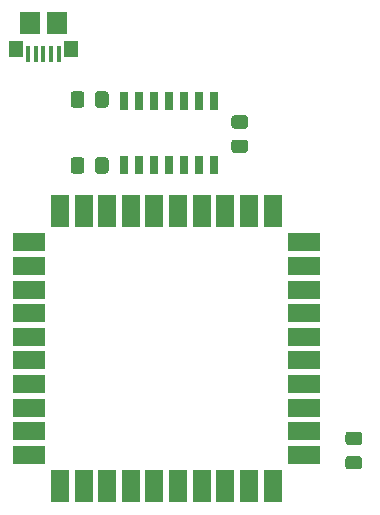
<source format=gtp>
G04 #@! TF.GenerationSoftware,KiCad,Pcbnew,(5.1.6)-1*
G04 #@! TF.CreationDate,2024-01-16T16:58:56-05:00*
G04 #@! TF.ProjectId,amiga-500-usb-kb-stamp,616d6967-612d-4353-9030-2d7573622d6b,rev?*
G04 #@! TF.SameCoordinates,Original*
G04 #@! TF.FileFunction,Paste,Top*
G04 #@! TF.FilePolarity,Positive*
%FSLAX46Y46*%
G04 Gerber Fmt 4.6, Leading zero omitted, Abs format (unit mm)*
G04 Created by KiCad (PCBNEW (5.1.6)-1) date 2024-01-16 16:58:56*
%MOMM*%
%LPD*%
G01*
G04 APERTURE LIST*
%ADD10R,0.650000X1.525000*%
%ADD11R,0.400000X1.400000*%
%ADD12R,1.750000X1.900000*%
%ADD13R,1.150000X1.450000*%
%ADD14R,2.800000X1.500000*%
%ADD15R,1.500000X2.800000*%
G04 APERTURE END LIST*
G36*
G01*
X126432000Y-87814999D02*
X126432000Y-88715001D01*
G75*
G02*
X126182001Y-88965000I-249999J0D01*
G01*
X125531999Y-88965000D01*
G75*
G02*
X125282000Y-88715001I0J249999D01*
G01*
X125282000Y-87814999D01*
G75*
G02*
X125531999Y-87565000I249999J0D01*
G01*
X126182001Y-87565000D01*
G75*
G02*
X126432000Y-87814999I0J-249999D01*
G01*
G37*
G36*
G01*
X124382000Y-87814999D02*
X124382000Y-88715001D01*
G75*
G02*
X124132001Y-88965000I-249999J0D01*
G01*
X123481999Y-88965000D01*
G75*
G02*
X123232000Y-88715001I0J249999D01*
G01*
X123232000Y-87814999D01*
G75*
G02*
X123481999Y-87565000I249999J0D01*
G01*
X124132001Y-87565000D01*
G75*
G02*
X124382000Y-87814999I0J-249999D01*
G01*
G37*
G36*
G01*
X125282000Y-83127001D02*
X125282000Y-82226999D01*
G75*
G02*
X125531999Y-81977000I249999J0D01*
G01*
X126182001Y-81977000D01*
G75*
G02*
X126432000Y-82226999I0J-249999D01*
G01*
X126432000Y-83127001D01*
G75*
G02*
X126182001Y-83377000I-249999J0D01*
G01*
X125531999Y-83377000D01*
G75*
G02*
X125282000Y-83127001I0J249999D01*
G01*
G37*
G36*
G01*
X123232000Y-83127001D02*
X123232000Y-82226999D01*
G75*
G02*
X123481999Y-81977000I249999J0D01*
G01*
X124132001Y-81977000D01*
G75*
G02*
X124382000Y-82226999I0J-249999D01*
G01*
X124382000Y-83127001D01*
G75*
G02*
X124132001Y-83377000I-249999J0D01*
G01*
X123481999Y-83377000D01*
G75*
G02*
X123232000Y-83127001I0J249999D01*
G01*
G37*
D10*
X127762000Y-88183000D03*
X129032000Y-88183000D03*
X130302000Y-88183000D03*
X131572000Y-88183000D03*
X132842000Y-88183000D03*
X134112000Y-88183000D03*
X135382000Y-88183000D03*
X135382000Y-82759000D03*
X134112000Y-82759000D03*
X132842000Y-82759000D03*
X131572000Y-82759000D03*
X130302000Y-82759000D03*
X129032000Y-82759000D03*
X127762000Y-82759000D03*
D11*
X122204000Y-78850000D03*
X121554000Y-78850000D03*
X120904000Y-78850000D03*
X120254000Y-78850000D03*
X119604000Y-78850000D03*
D12*
X122029000Y-76200000D03*
X119779000Y-76200000D03*
D13*
X123224000Y-78430000D03*
X118584000Y-78430000D03*
G36*
G01*
X137090999Y-84007000D02*
X137991001Y-84007000D01*
G75*
G02*
X138241000Y-84256999I0J-249999D01*
G01*
X138241000Y-84907001D01*
G75*
G02*
X137991001Y-85157000I-249999J0D01*
G01*
X137090999Y-85157000D01*
G75*
G02*
X136841000Y-84907001I0J249999D01*
G01*
X136841000Y-84256999D01*
G75*
G02*
X137090999Y-84007000I249999J0D01*
G01*
G37*
G36*
G01*
X137090999Y-86057000D02*
X137991001Y-86057000D01*
G75*
G02*
X138241000Y-86306999I0J-249999D01*
G01*
X138241000Y-86957001D01*
G75*
G02*
X137991001Y-87207000I-249999J0D01*
G01*
X137090999Y-87207000D01*
G75*
G02*
X136841000Y-86957001I0J249999D01*
G01*
X136841000Y-86306999D01*
G75*
G02*
X137090999Y-86057000I249999J0D01*
G01*
G37*
D14*
X142968000Y-94759000D03*
X142968000Y-96759000D03*
X142968000Y-98759000D03*
X142968000Y-100759000D03*
X142968000Y-102759000D03*
X142968000Y-104759000D03*
X142968000Y-106759000D03*
X142968000Y-108759000D03*
X142968000Y-110759000D03*
X142968000Y-112759000D03*
D15*
X140318000Y-115409000D03*
X138318000Y-115409000D03*
X136318000Y-115409000D03*
X134318000Y-115409000D03*
X132318000Y-115409000D03*
X130318000Y-115409000D03*
X128318000Y-115409000D03*
X126318000Y-115409000D03*
X124318000Y-115409000D03*
X122318000Y-115409000D03*
D14*
X119668000Y-112759000D03*
X119668000Y-110759000D03*
X119668000Y-108759000D03*
X119668000Y-106759000D03*
X119668000Y-104759000D03*
X119668000Y-102759000D03*
X119668000Y-100759000D03*
X119668000Y-98759000D03*
X119668000Y-96759000D03*
X119668000Y-94759000D03*
D15*
X122318000Y-92109000D03*
X124318000Y-92109000D03*
X126318000Y-92109000D03*
X128318000Y-92109000D03*
X130318000Y-92109000D03*
X132318000Y-92109000D03*
X134318000Y-92109000D03*
X136318000Y-92109000D03*
X138318000Y-92109000D03*
X140318000Y-92109000D03*
G36*
G01*
X146742999Y-110795000D02*
X147643001Y-110795000D01*
G75*
G02*
X147893000Y-111044999I0J-249999D01*
G01*
X147893000Y-111695001D01*
G75*
G02*
X147643001Y-111945000I-249999J0D01*
G01*
X146742999Y-111945000D01*
G75*
G02*
X146493000Y-111695001I0J249999D01*
G01*
X146493000Y-111044999D01*
G75*
G02*
X146742999Y-110795000I249999J0D01*
G01*
G37*
G36*
G01*
X146742999Y-112845000D02*
X147643001Y-112845000D01*
G75*
G02*
X147893000Y-113094999I0J-249999D01*
G01*
X147893000Y-113745001D01*
G75*
G02*
X147643001Y-113995000I-249999J0D01*
G01*
X146742999Y-113995000D01*
G75*
G02*
X146493000Y-113745001I0J249999D01*
G01*
X146493000Y-113094999D01*
G75*
G02*
X146742999Y-112845000I249999J0D01*
G01*
G37*
M02*

</source>
